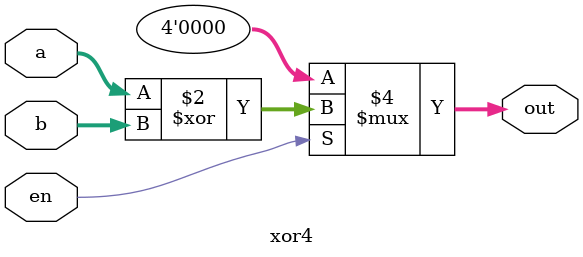
<source format=sv>
`timescale 1ns / 1ps


module xor4(
input logic [3:0]a, b,
input logic en,
output logic [3:0] out
    );
    always_comb
    if(en)
        out = a ^ b;
    else
        out = 0;
endmodule

</source>
